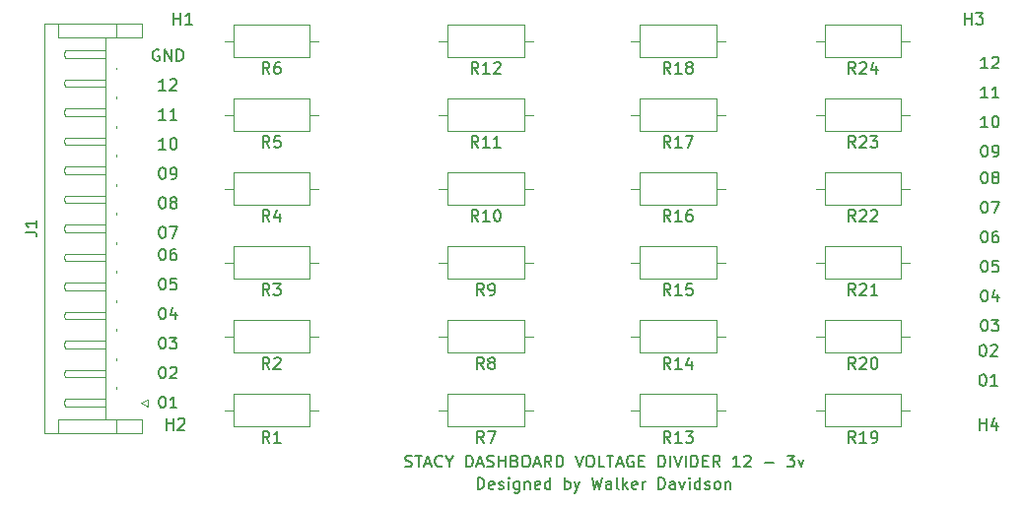
<source format=gbr>
G04 #@! TF.GenerationSoftware,KiCad,Pcbnew,5.1.4-3.fc30*
G04 #@! TF.CreationDate,2019-11-27T18:44:14-08:00*
G04 #@! TF.ProjectId,DASH,44415348-2e6b-4696-9361-645f70636258,rev?*
G04 #@! TF.SameCoordinates,Original*
G04 #@! TF.FileFunction,Legend,Top*
G04 #@! TF.FilePolarity,Positive*
%FSLAX46Y46*%
G04 Gerber Fmt 4.6, Leading zero omitted, Abs format (unit mm)*
G04 Created by KiCad (PCBNEW 5.1.4-3.fc30) date 2019-11-27 18:44:14*
%MOMM*%
%LPD*%
G04 APERTURE LIST*
%ADD10C,0.150000*%
%ADD11C,0.120000*%
G04 APERTURE END LIST*
D10*
X159321523Y-72842380D02*
X158750095Y-72842380D01*
X159035809Y-72842380D02*
X159035809Y-71842380D01*
X158940571Y-71985238D01*
X158845333Y-72080476D01*
X158750095Y-72128095D01*
X159702476Y-71937619D02*
X159750095Y-71890000D01*
X159845333Y-71842380D01*
X160083428Y-71842380D01*
X160178666Y-71890000D01*
X160226285Y-71937619D01*
X160273904Y-72032857D01*
X160273904Y-72128095D01*
X160226285Y-72270952D01*
X159654857Y-72842380D01*
X160273904Y-72842380D01*
X159321523Y-75382380D02*
X158750095Y-75382380D01*
X159035809Y-75382380D02*
X159035809Y-74382380D01*
X158940571Y-74525238D01*
X158845333Y-74620476D01*
X158750095Y-74668095D01*
X160273904Y-75382380D02*
X159702476Y-75382380D01*
X159988190Y-75382380D02*
X159988190Y-74382380D01*
X159892952Y-74525238D01*
X159797714Y-74620476D01*
X159702476Y-74668095D01*
X159321523Y-77922380D02*
X158750095Y-77922380D01*
X159035809Y-77922380D02*
X159035809Y-76922380D01*
X158940571Y-77065238D01*
X158845333Y-77160476D01*
X158750095Y-77208095D01*
X159940571Y-76922380D02*
X160035809Y-76922380D01*
X160131047Y-76970000D01*
X160178666Y-77017619D01*
X160226285Y-77112857D01*
X160273904Y-77303333D01*
X160273904Y-77541428D01*
X160226285Y-77731904D01*
X160178666Y-77827142D01*
X160131047Y-77874761D01*
X160035809Y-77922380D01*
X159940571Y-77922380D01*
X159845333Y-77874761D01*
X159797714Y-77827142D01*
X159750095Y-77731904D01*
X159702476Y-77541428D01*
X159702476Y-77303333D01*
X159750095Y-77112857D01*
X159797714Y-77017619D01*
X159845333Y-76970000D01*
X159940571Y-76922380D01*
X158988190Y-79462380D02*
X159083428Y-79462380D01*
X159178666Y-79510000D01*
X159226285Y-79557619D01*
X159273904Y-79652857D01*
X159321523Y-79843333D01*
X159321523Y-80081428D01*
X159273904Y-80271904D01*
X159226285Y-80367142D01*
X159178666Y-80414761D01*
X159083428Y-80462380D01*
X158988190Y-80462380D01*
X158892952Y-80414761D01*
X158845333Y-80367142D01*
X158797714Y-80271904D01*
X158750095Y-80081428D01*
X158750095Y-79843333D01*
X158797714Y-79652857D01*
X158845333Y-79557619D01*
X158892952Y-79510000D01*
X158988190Y-79462380D01*
X159797714Y-80462380D02*
X159988190Y-80462380D01*
X160083428Y-80414761D01*
X160131047Y-80367142D01*
X160226285Y-80224285D01*
X160273904Y-80033809D01*
X160273904Y-79652857D01*
X160226285Y-79557619D01*
X160178666Y-79510000D01*
X160083428Y-79462380D01*
X159892952Y-79462380D01*
X159797714Y-79510000D01*
X159750095Y-79557619D01*
X159702476Y-79652857D01*
X159702476Y-79890952D01*
X159750095Y-79986190D01*
X159797714Y-80033809D01*
X159892952Y-80081428D01*
X160083428Y-80081428D01*
X160178666Y-80033809D01*
X160226285Y-79986190D01*
X160273904Y-79890952D01*
X158988190Y-81748380D02*
X159083428Y-81748380D01*
X159178666Y-81796000D01*
X159226285Y-81843619D01*
X159273904Y-81938857D01*
X159321523Y-82129333D01*
X159321523Y-82367428D01*
X159273904Y-82557904D01*
X159226285Y-82653142D01*
X159178666Y-82700761D01*
X159083428Y-82748380D01*
X158988190Y-82748380D01*
X158892952Y-82700761D01*
X158845333Y-82653142D01*
X158797714Y-82557904D01*
X158750095Y-82367428D01*
X158750095Y-82129333D01*
X158797714Y-81938857D01*
X158845333Y-81843619D01*
X158892952Y-81796000D01*
X158988190Y-81748380D01*
X159892952Y-82176952D02*
X159797714Y-82129333D01*
X159750095Y-82081714D01*
X159702476Y-81986476D01*
X159702476Y-81938857D01*
X159750095Y-81843619D01*
X159797714Y-81796000D01*
X159892952Y-81748380D01*
X160083428Y-81748380D01*
X160178666Y-81796000D01*
X160226285Y-81843619D01*
X160273904Y-81938857D01*
X160273904Y-81986476D01*
X160226285Y-82081714D01*
X160178666Y-82129333D01*
X160083428Y-82176952D01*
X159892952Y-82176952D01*
X159797714Y-82224571D01*
X159750095Y-82272190D01*
X159702476Y-82367428D01*
X159702476Y-82557904D01*
X159750095Y-82653142D01*
X159797714Y-82700761D01*
X159892952Y-82748380D01*
X160083428Y-82748380D01*
X160178666Y-82700761D01*
X160226285Y-82653142D01*
X160273904Y-82557904D01*
X160273904Y-82367428D01*
X160226285Y-82272190D01*
X160178666Y-82224571D01*
X160083428Y-82176952D01*
X158988190Y-84288380D02*
X159083428Y-84288380D01*
X159178666Y-84336000D01*
X159226285Y-84383619D01*
X159273904Y-84478857D01*
X159321523Y-84669333D01*
X159321523Y-84907428D01*
X159273904Y-85097904D01*
X159226285Y-85193142D01*
X159178666Y-85240761D01*
X159083428Y-85288380D01*
X158988190Y-85288380D01*
X158892952Y-85240761D01*
X158845333Y-85193142D01*
X158797714Y-85097904D01*
X158750095Y-84907428D01*
X158750095Y-84669333D01*
X158797714Y-84478857D01*
X158845333Y-84383619D01*
X158892952Y-84336000D01*
X158988190Y-84288380D01*
X159654857Y-84288380D02*
X160321523Y-84288380D01*
X159892952Y-85288380D01*
X158988190Y-86828380D02*
X159083428Y-86828380D01*
X159178666Y-86876000D01*
X159226285Y-86923619D01*
X159273904Y-87018857D01*
X159321523Y-87209333D01*
X159321523Y-87447428D01*
X159273904Y-87637904D01*
X159226285Y-87733142D01*
X159178666Y-87780761D01*
X159083428Y-87828380D01*
X158988190Y-87828380D01*
X158892952Y-87780761D01*
X158845333Y-87733142D01*
X158797714Y-87637904D01*
X158750095Y-87447428D01*
X158750095Y-87209333D01*
X158797714Y-87018857D01*
X158845333Y-86923619D01*
X158892952Y-86876000D01*
X158988190Y-86828380D01*
X160178666Y-86828380D02*
X159988190Y-86828380D01*
X159892952Y-86876000D01*
X159845333Y-86923619D01*
X159750095Y-87066476D01*
X159702476Y-87256952D01*
X159702476Y-87637904D01*
X159750095Y-87733142D01*
X159797714Y-87780761D01*
X159892952Y-87828380D01*
X160083428Y-87828380D01*
X160178666Y-87780761D01*
X160226285Y-87733142D01*
X160273904Y-87637904D01*
X160273904Y-87399809D01*
X160226285Y-87304571D01*
X160178666Y-87256952D01*
X160083428Y-87209333D01*
X159892952Y-87209333D01*
X159797714Y-87256952D01*
X159750095Y-87304571D01*
X159702476Y-87399809D01*
X158988190Y-89368380D02*
X159083428Y-89368380D01*
X159178666Y-89416000D01*
X159226285Y-89463619D01*
X159273904Y-89558857D01*
X159321523Y-89749333D01*
X159321523Y-89987428D01*
X159273904Y-90177904D01*
X159226285Y-90273142D01*
X159178666Y-90320761D01*
X159083428Y-90368380D01*
X158988190Y-90368380D01*
X158892952Y-90320761D01*
X158845333Y-90273142D01*
X158797714Y-90177904D01*
X158750095Y-89987428D01*
X158750095Y-89749333D01*
X158797714Y-89558857D01*
X158845333Y-89463619D01*
X158892952Y-89416000D01*
X158988190Y-89368380D01*
X160226285Y-89368380D02*
X159750095Y-89368380D01*
X159702476Y-89844571D01*
X159750095Y-89796952D01*
X159845333Y-89749333D01*
X160083428Y-89749333D01*
X160178666Y-89796952D01*
X160226285Y-89844571D01*
X160273904Y-89939809D01*
X160273904Y-90177904D01*
X160226285Y-90273142D01*
X160178666Y-90320761D01*
X160083428Y-90368380D01*
X159845333Y-90368380D01*
X159750095Y-90320761D01*
X159702476Y-90273142D01*
X158988190Y-94448380D02*
X159083428Y-94448380D01*
X159178666Y-94496000D01*
X159226285Y-94543619D01*
X159273904Y-94638857D01*
X159321523Y-94829333D01*
X159321523Y-95067428D01*
X159273904Y-95257904D01*
X159226285Y-95353142D01*
X159178666Y-95400761D01*
X159083428Y-95448380D01*
X158988190Y-95448380D01*
X158892952Y-95400761D01*
X158845333Y-95353142D01*
X158797714Y-95257904D01*
X158750095Y-95067428D01*
X158750095Y-94829333D01*
X158797714Y-94638857D01*
X158845333Y-94543619D01*
X158892952Y-94496000D01*
X158988190Y-94448380D01*
X159654857Y-94448380D02*
X160273904Y-94448380D01*
X159940571Y-94829333D01*
X160083428Y-94829333D01*
X160178666Y-94876952D01*
X160226285Y-94924571D01*
X160273904Y-95019809D01*
X160273904Y-95257904D01*
X160226285Y-95353142D01*
X160178666Y-95400761D01*
X160083428Y-95448380D01*
X159797714Y-95448380D01*
X159702476Y-95400761D01*
X159654857Y-95353142D01*
X158988190Y-91908380D02*
X159083428Y-91908380D01*
X159178666Y-91956000D01*
X159226285Y-92003619D01*
X159273904Y-92098857D01*
X159321523Y-92289333D01*
X159321523Y-92527428D01*
X159273904Y-92717904D01*
X159226285Y-92813142D01*
X159178666Y-92860761D01*
X159083428Y-92908380D01*
X158988190Y-92908380D01*
X158892952Y-92860761D01*
X158845333Y-92813142D01*
X158797714Y-92717904D01*
X158750095Y-92527428D01*
X158750095Y-92289333D01*
X158797714Y-92098857D01*
X158845333Y-92003619D01*
X158892952Y-91956000D01*
X158988190Y-91908380D01*
X160178666Y-92241714D02*
X160178666Y-92908380D01*
X159940571Y-91860761D02*
X159702476Y-92575047D01*
X160321523Y-92575047D01*
X158861190Y-96607380D02*
X158956428Y-96607380D01*
X159051666Y-96655000D01*
X159099285Y-96702619D01*
X159146904Y-96797857D01*
X159194523Y-96988333D01*
X159194523Y-97226428D01*
X159146904Y-97416904D01*
X159099285Y-97512142D01*
X159051666Y-97559761D01*
X158956428Y-97607380D01*
X158861190Y-97607380D01*
X158765952Y-97559761D01*
X158718333Y-97512142D01*
X158670714Y-97416904D01*
X158623095Y-97226428D01*
X158623095Y-96988333D01*
X158670714Y-96797857D01*
X158718333Y-96702619D01*
X158765952Y-96655000D01*
X158861190Y-96607380D01*
X159575476Y-96702619D02*
X159623095Y-96655000D01*
X159718333Y-96607380D01*
X159956428Y-96607380D01*
X160051666Y-96655000D01*
X160099285Y-96702619D01*
X160146904Y-96797857D01*
X160146904Y-96893095D01*
X160099285Y-97035952D01*
X159527857Y-97607380D01*
X160146904Y-97607380D01*
X158861190Y-99147380D02*
X158956428Y-99147380D01*
X159051666Y-99195000D01*
X159099285Y-99242619D01*
X159146904Y-99337857D01*
X159194523Y-99528333D01*
X159194523Y-99766428D01*
X159146904Y-99956904D01*
X159099285Y-100052142D01*
X159051666Y-100099761D01*
X158956428Y-100147380D01*
X158861190Y-100147380D01*
X158765952Y-100099761D01*
X158718333Y-100052142D01*
X158670714Y-99956904D01*
X158623095Y-99766428D01*
X158623095Y-99528333D01*
X158670714Y-99337857D01*
X158718333Y-99242619D01*
X158765952Y-99195000D01*
X158861190Y-99147380D01*
X160146904Y-100147380D02*
X159575476Y-100147380D01*
X159861190Y-100147380D02*
X159861190Y-99147380D01*
X159765952Y-99290238D01*
X159670714Y-99385476D01*
X159575476Y-99433095D01*
X88138095Y-71255000D02*
X88042857Y-71207380D01*
X87900000Y-71207380D01*
X87757142Y-71255000D01*
X87661904Y-71350238D01*
X87614285Y-71445476D01*
X87566666Y-71635952D01*
X87566666Y-71778809D01*
X87614285Y-71969285D01*
X87661904Y-72064523D01*
X87757142Y-72159761D01*
X87900000Y-72207380D01*
X87995238Y-72207380D01*
X88138095Y-72159761D01*
X88185714Y-72112142D01*
X88185714Y-71778809D01*
X87995238Y-71778809D01*
X88614285Y-72207380D02*
X88614285Y-71207380D01*
X89185714Y-72207380D01*
X89185714Y-71207380D01*
X89661904Y-72207380D02*
X89661904Y-71207380D01*
X89900000Y-71207380D01*
X90042857Y-71255000D01*
X90138095Y-71350238D01*
X90185714Y-71445476D01*
X90233333Y-71635952D01*
X90233333Y-71778809D01*
X90185714Y-71969285D01*
X90138095Y-72064523D01*
X90042857Y-72159761D01*
X89900000Y-72207380D01*
X89661904Y-72207380D01*
X88709523Y-74747380D02*
X88138095Y-74747380D01*
X88423809Y-74747380D02*
X88423809Y-73747380D01*
X88328571Y-73890238D01*
X88233333Y-73985476D01*
X88138095Y-74033095D01*
X89090476Y-73842619D02*
X89138095Y-73795000D01*
X89233333Y-73747380D01*
X89471428Y-73747380D01*
X89566666Y-73795000D01*
X89614285Y-73842619D01*
X89661904Y-73937857D01*
X89661904Y-74033095D01*
X89614285Y-74175952D01*
X89042857Y-74747380D01*
X89661904Y-74747380D01*
X88709523Y-77287380D02*
X88138095Y-77287380D01*
X88423809Y-77287380D02*
X88423809Y-76287380D01*
X88328571Y-76430238D01*
X88233333Y-76525476D01*
X88138095Y-76573095D01*
X89661904Y-77287380D02*
X89090476Y-77287380D01*
X89376190Y-77287380D02*
X89376190Y-76287380D01*
X89280952Y-76430238D01*
X89185714Y-76525476D01*
X89090476Y-76573095D01*
X88709523Y-79827380D02*
X88138095Y-79827380D01*
X88423809Y-79827380D02*
X88423809Y-78827380D01*
X88328571Y-78970238D01*
X88233333Y-79065476D01*
X88138095Y-79113095D01*
X89328571Y-78827380D02*
X89423809Y-78827380D01*
X89519047Y-78875000D01*
X89566666Y-78922619D01*
X89614285Y-79017857D01*
X89661904Y-79208333D01*
X89661904Y-79446428D01*
X89614285Y-79636904D01*
X89566666Y-79732142D01*
X89519047Y-79779761D01*
X89423809Y-79827380D01*
X89328571Y-79827380D01*
X89233333Y-79779761D01*
X89185714Y-79732142D01*
X89138095Y-79636904D01*
X89090476Y-79446428D01*
X89090476Y-79208333D01*
X89138095Y-79017857D01*
X89185714Y-78922619D01*
X89233333Y-78875000D01*
X89328571Y-78827380D01*
X88376190Y-81367380D02*
X88471428Y-81367380D01*
X88566666Y-81415000D01*
X88614285Y-81462619D01*
X88661904Y-81557857D01*
X88709523Y-81748333D01*
X88709523Y-81986428D01*
X88661904Y-82176904D01*
X88614285Y-82272142D01*
X88566666Y-82319761D01*
X88471428Y-82367380D01*
X88376190Y-82367380D01*
X88280952Y-82319761D01*
X88233333Y-82272142D01*
X88185714Y-82176904D01*
X88138095Y-81986428D01*
X88138095Y-81748333D01*
X88185714Y-81557857D01*
X88233333Y-81462619D01*
X88280952Y-81415000D01*
X88376190Y-81367380D01*
X89185714Y-82367380D02*
X89376190Y-82367380D01*
X89471428Y-82319761D01*
X89519047Y-82272142D01*
X89614285Y-82129285D01*
X89661904Y-81938809D01*
X89661904Y-81557857D01*
X89614285Y-81462619D01*
X89566666Y-81415000D01*
X89471428Y-81367380D01*
X89280952Y-81367380D01*
X89185714Y-81415000D01*
X89138095Y-81462619D01*
X89090476Y-81557857D01*
X89090476Y-81795952D01*
X89138095Y-81891190D01*
X89185714Y-81938809D01*
X89280952Y-81986428D01*
X89471428Y-81986428D01*
X89566666Y-81938809D01*
X89614285Y-81891190D01*
X89661904Y-81795952D01*
X88376190Y-83907380D02*
X88471428Y-83907380D01*
X88566666Y-83955000D01*
X88614285Y-84002619D01*
X88661904Y-84097857D01*
X88709523Y-84288333D01*
X88709523Y-84526428D01*
X88661904Y-84716904D01*
X88614285Y-84812142D01*
X88566666Y-84859761D01*
X88471428Y-84907380D01*
X88376190Y-84907380D01*
X88280952Y-84859761D01*
X88233333Y-84812142D01*
X88185714Y-84716904D01*
X88138095Y-84526428D01*
X88138095Y-84288333D01*
X88185714Y-84097857D01*
X88233333Y-84002619D01*
X88280952Y-83955000D01*
X88376190Y-83907380D01*
X89280952Y-84335952D02*
X89185714Y-84288333D01*
X89138095Y-84240714D01*
X89090476Y-84145476D01*
X89090476Y-84097857D01*
X89138095Y-84002619D01*
X89185714Y-83955000D01*
X89280952Y-83907380D01*
X89471428Y-83907380D01*
X89566666Y-83955000D01*
X89614285Y-84002619D01*
X89661904Y-84097857D01*
X89661904Y-84145476D01*
X89614285Y-84240714D01*
X89566666Y-84288333D01*
X89471428Y-84335952D01*
X89280952Y-84335952D01*
X89185714Y-84383571D01*
X89138095Y-84431190D01*
X89090476Y-84526428D01*
X89090476Y-84716904D01*
X89138095Y-84812142D01*
X89185714Y-84859761D01*
X89280952Y-84907380D01*
X89471428Y-84907380D01*
X89566666Y-84859761D01*
X89614285Y-84812142D01*
X89661904Y-84716904D01*
X89661904Y-84526428D01*
X89614285Y-84431190D01*
X89566666Y-84383571D01*
X89471428Y-84335952D01*
X88376190Y-86447380D02*
X88471428Y-86447380D01*
X88566666Y-86495000D01*
X88614285Y-86542619D01*
X88661904Y-86637857D01*
X88709523Y-86828333D01*
X88709523Y-87066428D01*
X88661904Y-87256904D01*
X88614285Y-87352142D01*
X88566666Y-87399761D01*
X88471428Y-87447380D01*
X88376190Y-87447380D01*
X88280952Y-87399761D01*
X88233333Y-87352142D01*
X88185714Y-87256904D01*
X88138095Y-87066428D01*
X88138095Y-86828333D01*
X88185714Y-86637857D01*
X88233333Y-86542619D01*
X88280952Y-86495000D01*
X88376190Y-86447380D01*
X89042857Y-86447380D02*
X89709523Y-86447380D01*
X89280952Y-87447380D01*
X88376190Y-88352380D02*
X88471428Y-88352380D01*
X88566666Y-88400000D01*
X88614285Y-88447619D01*
X88661904Y-88542857D01*
X88709523Y-88733333D01*
X88709523Y-88971428D01*
X88661904Y-89161904D01*
X88614285Y-89257142D01*
X88566666Y-89304761D01*
X88471428Y-89352380D01*
X88376190Y-89352380D01*
X88280952Y-89304761D01*
X88233333Y-89257142D01*
X88185714Y-89161904D01*
X88138095Y-88971428D01*
X88138095Y-88733333D01*
X88185714Y-88542857D01*
X88233333Y-88447619D01*
X88280952Y-88400000D01*
X88376190Y-88352380D01*
X89566666Y-88352380D02*
X89376190Y-88352380D01*
X89280952Y-88400000D01*
X89233333Y-88447619D01*
X89138095Y-88590476D01*
X89090476Y-88780952D01*
X89090476Y-89161904D01*
X89138095Y-89257142D01*
X89185714Y-89304761D01*
X89280952Y-89352380D01*
X89471428Y-89352380D01*
X89566666Y-89304761D01*
X89614285Y-89257142D01*
X89661904Y-89161904D01*
X89661904Y-88923809D01*
X89614285Y-88828571D01*
X89566666Y-88780952D01*
X89471428Y-88733333D01*
X89280952Y-88733333D01*
X89185714Y-88780952D01*
X89138095Y-88828571D01*
X89090476Y-88923809D01*
X88376190Y-90892380D02*
X88471428Y-90892380D01*
X88566666Y-90940000D01*
X88614285Y-90987619D01*
X88661904Y-91082857D01*
X88709523Y-91273333D01*
X88709523Y-91511428D01*
X88661904Y-91701904D01*
X88614285Y-91797142D01*
X88566666Y-91844761D01*
X88471428Y-91892380D01*
X88376190Y-91892380D01*
X88280952Y-91844761D01*
X88233333Y-91797142D01*
X88185714Y-91701904D01*
X88138095Y-91511428D01*
X88138095Y-91273333D01*
X88185714Y-91082857D01*
X88233333Y-90987619D01*
X88280952Y-90940000D01*
X88376190Y-90892380D01*
X89614285Y-90892380D02*
X89138095Y-90892380D01*
X89090476Y-91368571D01*
X89138095Y-91320952D01*
X89233333Y-91273333D01*
X89471428Y-91273333D01*
X89566666Y-91320952D01*
X89614285Y-91368571D01*
X89661904Y-91463809D01*
X89661904Y-91701904D01*
X89614285Y-91797142D01*
X89566666Y-91844761D01*
X89471428Y-91892380D01*
X89233333Y-91892380D01*
X89138095Y-91844761D01*
X89090476Y-91797142D01*
X88376190Y-93432380D02*
X88471428Y-93432380D01*
X88566666Y-93480000D01*
X88614285Y-93527619D01*
X88661904Y-93622857D01*
X88709523Y-93813333D01*
X88709523Y-94051428D01*
X88661904Y-94241904D01*
X88614285Y-94337142D01*
X88566666Y-94384761D01*
X88471428Y-94432380D01*
X88376190Y-94432380D01*
X88280952Y-94384761D01*
X88233333Y-94337142D01*
X88185714Y-94241904D01*
X88138095Y-94051428D01*
X88138095Y-93813333D01*
X88185714Y-93622857D01*
X88233333Y-93527619D01*
X88280952Y-93480000D01*
X88376190Y-93432380D01*
X89566666Y-93765714D02*
X89566666Y-94432380D01*
X89328571Y-93384761D02*
X89090476Y-94099047D01*
X89709523Y-94099047D01*
X88376190Y-95972380D02*
X88471428Y-95972380D01*
X88566666Y-96020000D01*
X88614285Y-96067619D01*
X88661904Y-96162857D01*
X88709523Y-96353333D01*
X88709523Y-96591428D01*
X88661904Y-96781904D01*
X88614285Y-96877142D01*
X88566666Y-96924761D01*
X88471428Y-96972380D01*
X88376190Y-96972380D01*
X88280952Y-96924761D01*
X88233333Y-96877142D01*
X88185714Y-96781904D01*
X88138095Y-96591428D01*
X88138095Y-96353333D01*
X88185714Y-96162857D01*
X88233333Y-96067619D01*
X88280952Y-96020000D01*
X88376190Y-95972380D01*
X89042857Y-95972380D02*
X89661904Y-95972380D01*
X89328571Y-96353333D01*
X89471428Y-96353333D01*
X89566666Y-96400952D01*
X89614285Y-96448571D01*
X89661904Y-96543809D01*
X89661904Y-96781904D01*
X89614285Y-96877142D01*
X89566666Y-96924761D01*
X89471428Y-96972380D01*
X89185714Y-96972380D01*
X89090476Y-96924761D01*
X89042857Y-96877142D01*
X88376190Y-98512380D02*
X88471428Y-98512380D01*
X88566666Y-98560000D01*
X88614285Y-98607619D01*
X88661904Y-98702857D01*
X88709523Y-98893333D01*
X88709523Y-99131428D01*
X88661904Y-99321904D01*
X88614285Y-99417142D01*
X88566666Y-99464761D01*
X88471428Y-99512380D01*
X88376190Y-99512380D01*
X88280952Y-99464761D01*
X88233333Y-99417142D01*
X88185714Y-99321904D01*
X88138095Y-99131428D01*
X88138095Y-98893333D01*
X88185714Y-98702857D01*
X88233333Y-98607619D01*
X88280952Y-98560000D01*
X88376190Y-98512380D01*
X89090476Y-98607619D02*
X89138095Y-98560000D01*
X89233333Y-98512380D01*
X89471428Y-98512380D01*
X89566666Y-98560000D01*
X89614285Y-98607619D01*
X89661904Y-98702857D01*
X89661904Y-98798095D01*
X89614285Y-98940952D01*
X89042857Y-99512380D01*
X89661904Y-99512380D01*
X88376190Y-101052380D02*
X88471428Y-101052380D01*
X88566666Y-101100000D01*
X88614285Y-101147619D01*
X88661904Y-101242857D01*
X88709523Y-101433333D01*
X88709523Y-101671428D01*
X88661904Y-101861904D01*
X88614285Y-101957142D01*
X88566666Y-102004761D01*
X88471428Y-102052380D01*
X88376190Y-102052380D01*
X88280952Y-102004761D01*
X88233333Y-101957142D01*
X88185714Y-101861904D01*
X88138095Y-101671428D01*
X88138095Y-101433333D01*
X88185714Y-101242857D01*
X88233333Y-101147619D01*
X88280952Y-101100000D01*
X88376190Y-101052380D01*
X89661904Y-102052380D02*
X89090476Y-102052380D01*
X89376190Y-102052380D02*
X89376190Y-101052380D01*
X89280952Y-101195238D01*
X89185714Y-101290476D01*
X89090476Y-101338095D01*
X115507857Y-109037380D02*
X115507857Y-108037380D01*
X115745952Y-108037380D01*
X115888809Y-108085000D01*
X115984047Y-108180238D01*
X116031666Y-108275476D01*
X116079285Y-108465952D01*
X116079285Y-108608809D01*
X116031666Y-108799285D01*
X115984047Y-108894523D01*
X115888809Y-108989761D01*
X115745952Y-109037380D01*
X115507857Y-109037380D01*
X116888809Y-108989761D02*
X116793571Y-109037380D01*
X116603095Y-109037380D01*
X116507857Y-108989761D01*
X116460238Y-108894523D01*
X116460238Y-108513571D01*
X116507857Y-108418333D01*
X116603095Y-108370714D01*
X116793571Y-108370714D01*
X116888809Y-108418333D01*
X116936428Y-108513571D01*
X116936428Y-108608809D01*
X116460238Y-108704047D01*
X117317380Y-108989761D02*
X117412619Y-109037380D01*
X117603095Y-109037380D01*
X117698333Y-108989761D01*
X117745952Y-108894523D01*
X117745952Y-108846904D01*
X117698333Y-108751666D01*
X117603095Y-108704047D01*
X117460238Y-108704047D01*
X117365000Y-108656428D01*
X117317380Y-108561190D01*
X117317380Y-108513571D01*
X117365000Y-108418333D01*
X117460238Y-108370714D01*
X117603095Y-108370714D01*
X117698333Y-108418333D01*
X118174523Y-109037380D02*
X118174523Y-108370714D01*
X118174523Y-108037380D02*
X118126904Y-108085000D01*
X118174523Y-108132619D01*
X118222142Y-108085000D01*
X118174523Y-108037380D01*
X118174523Y-108132619D01*
X119079285Y-108370714D02*
X119079285Y-109180238D01*
X119031666Y-109275476D01*
X118984047Y-109323095D01*
X118888809Y-109370714D01*
X118745952Y-109370714D01*
X118650714Y-109323095D01*
X119079285Y-108989761D02*
X118984047Y-109037380D01*
X118793571Y-109037380D01*
X118698333Y-108989761D01*
X118650714Y-108942142D01*
X118603095Y-108846904D01*
X118603095Y-108561190D01*
X118650714Y-108465952D01*
X118698333Y-108418333D01*
X118793571Y-108370714D01*
X118984047Y-108370714D01*
X119079285Y-108418333D01*
X119555476Y-108370714D02*
X119555476Y-109037380D01*
X119555476Y-108465952D02*
X119603095Y-108418333D01*
X119698333Y-108370714D01*
X119841190Y-108370714D01*
X119936428Y-108418333D01*
X119984047Y-108513571D01*
X119984047Y-109037380D01*
X120841190Y-108989761D02*
X120745952Y-109037380D01*
X120555476Y-109037380D01*
X120460238Y-108989761D01*
X120412619Y-108894523D01*
X120412619Y-108513571D01*
X120460238Y-108418333D01*
X120555476Y-108370714D01*
X120745952Y-108370714D01*
X120841190Y-108418333D01*
X120888809Y-108513571D01*
X120888809Y-108608809D01*
X120412619Y-108704047D01*
X121745952Y-109037380D02*
X121745952Y-108037380D01*
X121745952Y-108989761D02*
X121650714Y-109037380D01*
X121460238Y-109037380D01*
X121365000Y-108989761D01*
X121317380Y-108942142D01*
X121269761Y-108846904D01*
X121269761Y-108561190D01*
X121317380Y-108465952D01*
X121365000Y-108418333D01*
X121460238Y-108370714D01*
X121650714Y-108370714D01*
X121745952Y-108418333D01*
X122984047Y-109037380D02*
X122984047Y-108037380D01*
X122984047Y-108418333D02*
X123079285Y-108370714D01*
X123269761Y-108370714D01*
X123365000Y-108418333D01*
X123412619Y-108465952D01*
X123460238Y-108561190D01*
X123460238Y-108846904D01*
X123412619Y-108942142D01*
X123365000Y-108989761D01*
X123269761Y-109037380D01*
X123079285Y-109037380D01*
X122984047Y-108989761D01*
X123793571Y-108370714D02*
X124031666Y-109037380D01*
X124269761Y-108370714D02*
X124031666Y-109037380D01*
X123936428Y-109275476D01*
X123888809Y-109323095D01*
X123793571Y-109370714D01*
X125317380Y-108037380D02*
X125555476Y-109037380D01*
X125745952Y-108323095D01*
X125936428Y-109037380D01*
X126174523Y-108037380D01*
X126984047Y-109037380D02*
X126984047Y-108513571D01*
X126936428Y-108418333D01*
X126841190Y-108370714D01*
X126650714Y-108370714D01*
X126555476Y-108418333D01*
X126984047Y-108989761D02*
X126888809Y-109037380D01*
X126650714Y-109037380D01*
X126555476Y-108989761D01*
X126507857Y-108894523D01*
X126507857Y-108799285D01*
X126555476Y-108704047D01*
X126650714Y-108656428D01*
X126888809Y-108656428D01*
X126984047Y-108608809D01*
X127603095Y-109037380D02*
X127507857Y-108989761D01*
X127460238Y-108894523D01*
X127460238Y-108037380D01*
X127984047Y-109037380D02*
X127984047Y-108037380D01*
X128079285Y-108656428D02*
X128365000Y-109037380D01*
X128365000Y-108370714D02*
X127984047Y-108751666D01*
X129174523Y-108989761D02*
X129079285Y-109037380D01*
X128888809Y-109037380D01*
X128793571Y-108989761D01*
X128745952Y-108894523D01*
X128745952Y-108513571D01*
X128793571Y-108418333D01*
X128888809Y-108370714D01*
X129079285Y-108370714D01*
X129174523Y-108418333D01*
X129222142Y-108513571D01*
X129222142Y-108608809D01*
X128745952Y-108704047D01*
X129650714Y-109037380D02*
X129650714Y-108370714D01*
X129650714Y-108561190D02*
X129698333Y-108465952D01*
X129745952Y-108418333D01*
X129841190Y-108370714D01*
X129936428Y-108370714D01*
X131031666Y-109037380D02*
X131031666Y-108037380D01*
X131269761Y-108037380D01*
X131412619Y-108085000D01*
X131507857Y-108180238D01*
X131555476Y-108275476D01*
X131603095Y-108465952D01*
X131603095Y-108608809D01*
X131555476Y-108799285D01*
X131507857Y-108894523D01*
X131412619Y-108989761D01*
X131269761Y-109037380D01*
X131031666Y-109037380D01*
X132460238Y-109037380D02*
X132460238Y-108513571D01*
X132412619Y-108418333D01*
X132317380Y-108370714D01*
X132126904Y-108370714D01*
X132031666Y-108418333D01*
X132460238Y-108989761D02*
X132365000Y-109037380D01*
X132126904Y-109037380D01*
X132031666Y-108989761D01*
X131984047Y-108894523D01*
X131984047Y-108799285D01*
X132031666Y-108704047D01*
X132126904Y-108656428D01*
X132365000Y-108656428D01*
X132460238Y-108608809D01*
X132841190Y-108370714D02*
X133079285Y-109037380D01*
X133317380Y-108370714D01*
X133698333Y-109037380D02*
X133698333Y-108370714D01*
X133698333Y-108037380D02*
X133650714Y-108085000D01*
X133698333Y-108132619D01*
X133745952Y-108085000D01*
X133698333Y-108037380D01*
X133698333Y-108132619D01*
X134603095Y-109037380D02*
X134603095Y-108037380D01*
X134603095Y-108989761D02*
X134507857Y-109037380D01*
X134317380Y-109037380D01*
X134222142Y-108989761D01*
X134174523Y-108942142D01*
X134126904Y-108846904D01*
X134126904Y-108561190D01*
X134174523Y-108465952D01*
X134222142Y-108418333D01*
X134317380Y-108370714D01*
X134507857Y-108370714D01*
X134603095Y-108418333D01*
X135031666Y-108989761D02*
X135126904Y-109037380D01*
X135317380Y-109037380D01*
X135412619Y-108989761D01*
X135460238Y-108894523D01*
X135460238Y-108846904D01*
X135412619Y-108751666D01*
X135317380Y-108704047D01*
X135174523Y-108704047D01*
X135079285Y-108656428D01*
X135031666Y-108561190D01*
X135031666Y-108513571D01*
X135079285Y-108418333D01*
X135174523Y-108370714D01*
X135317380Y-108370714D01*
X135412619Y-108418333D01*
X136031666Y-109037380D02*
X135936428Y-108989761D01*
X135888809Y-108942142D01*
X135841190Y-108846904D01*
X135841190Y-108561190D01*
X135888809Y-108465952D01*
X135936428Y-108418333D01*
X136031666Y-108370714D01*
X136174523Y-108370714D01*
X136269761Y-108418333D01*
X136317380Y-108465952D01*
X136365000Y-108561190D01*
X136365000Y-108846904D01*
X136317380Y-108942142D01*
X136269761Y-108989761D01*
X136174523Y-109037380D01*
X136031666Y-109037380D01*
X136793571Y-108370714D02*
X136793571Y-109037380D01*
X136793571Y-108465952D02*
X136841190Y-108418333D01*
X136936428Y-108370714D01*
X137079285Y-108370714D01*
X137174523Y-108418333D01*
X137222142Y-108513571D01*
X137222142Y-109037380D01*
X109269761Y-107084761D02*
X109412619Y-107132380D01*
X109650714Y-107132380D01*
X109745952Y-107084761D01*
X109793571Y-107037142D01*
X109841190Y-106941904D01*
X109841190Y-106846666D01*
X109793571Y-106751428D01*
X109745952Y-106703809D01*
X109650714Y-106656190D01*
X109460238Y-106608571D01*
X109365000Y-106560952D01*
X109317380Y-106513333D01*
X109269761Y-106418095D01*
X109269761Y-106322857D01*
X109317380Y-106227619D01*
X109365000Y-106180000D01*
X109460238Y-106132380D01*
X109698333Y-106132380D01*
X109841190Y-106180000D01*
X110126904Y-106132380D02*
X110698333Y-106132380D01*
X110412619Y-107132380D02*
X110412619Y-106132380D01*
X110984047Y-106846666D02*
X111460238Y-106846666D01*
X110888809Y-107132380D02*
X111222142Y-106132380D01*
X111555476Y-107132380D01*
X112460238Y-107037142D02*
X112412619Y-107084761D01*
X112269761Y-107132380D01*
X112174523Y-107132380D01*
X112031666Y-107084761D01*
X111936428Y-106989523D01*
X111888809Y-106894285D01*
X111841190Y-106703809D01*
X111841190Y-106560952D01*
X111888809Y-106370476D01*
X111936428Y-106275238D01*
X112031666Y-106180000D01*
X112174523Y-106132380D01*
X112269761Y-106132380D01*
X112412619Y-106180000D01*
X112460238Y-106227619D01*
X113079285Y-106656190D02*
X113079285Y-107132380D01*
X112745952Y-106132380D02*
X113079285Y-106656190D01*
X113412619Y-106132380D01*
X114507857Y-107132380D02*
X114507857Y-106132380D01*
X114745952Y-106132380D01*
X114888809Y-106180000D01*
X114984047Y-106275238D01*
X115031666Y-106370476D01*
X115079285Y-106560952D01*
X115079285Y-106703809D01*
X115031666Y-106894285D01*
X114984047Y-106989523D01*
X114888809Y-107084761D01*
X114745952Y-107132380D01*
X114507857Y-107132380D01*
X115460238Y-106846666D02*
X115936428Y-106846666D01*
X115365000Y-107132380D02*
X115698333Y-106132380D01*
X116031666Y-107132380D01*
X116317380Y-107084761D02*
X116460238Y-107132380D01*
X116698333Y-107132380D01*
X116793571Y-107084761D01*
X116841190Y-107037142D01*
X116888809Y-106941904D01*
X116888809Y-106846666D01*
X116841190Y-106751428D01*
X116793571Y-106703809D01*
X116698333Y-106656190D01*
X116507857Y-106608571D01*
X116412619Y-106560952D01*
X116365000Y-106513333D01*
X116317380Y-106418095D01*
X116317380Y-106322857D01*
X116365000Y-106227619D01*
X116412619Y-106180000D01*
X116507857Y-106132380D01*
X116745952Y-106132380D01*
X116888809Y-106180000D01*
X117317380Y-107132380D02*
X117317380Y-106132380D01*
X117317380Y-106608571D02*
X117888809Y-106608571D01*
X117888809Y-107132380D02*
X117888809Y-106132380D01*
X118698333Y-106608571D02*
X118841190Y-106656190D01*
X118888809Y-106703809D01*
X118936428Y-106799047D01*
X118936428Y-106941904D01*
X118888809Y-107037142D01*
X118841190Y-107084761D01*
X118745952Y-107132380D01*
X118365000Y-107132380D01*
X118365000Y-106132380D01*
X118698333Y-106132380D01*
X118793571Y-106180000D01*
X118841190Y-106227619D01*
X118888809Y-106322857D01*
X118888809Y-106418095D01*
X118841190Y-106513333D01*
X118793571Y-106560952D01*
X118698333Y-106608571D01*
X118365000Y-106608571D01*
X119555476Y-106132380D02*
X119745952Y-106132380D01*
X119841190Y-106180000D01*
X119936428Y-106275238D01*
X119984047Y-106465714D01*
X119984047Y-106799047D01*
X119936428Y-106989523D01*
X119841190Y-107084761D01*
X119745952Y-107132380D01*
X119555476Y-107132380D01*
X119460238Y-107084761D01*
X119365000Y-106989523D01*
X119317380Y-106799047D01*
X119317380Y-106465714D01*
X119365000Y-106275238D01*
X119460238Y-106180000D01*
X119555476Y-106132380D01*
X120365000Y-106846666D02*
X120841190Y-106846666D01*
X120269761Y-107132380D02*
X120603095Y-106132380D01*
X120936428Y-107132380D01*
X121841190Y-107132380D02*
X121507857Y-106656190D01*
X121269761Y-107132380D02*
X121269761Y-106132380D01*
X121650714Y-106132380D01*
X121745952Y-106180000D01*
X121793571Y-106227619D01*
X121841190Y-106322857D01*
X121841190Y-106465714D01*
X121793571Y-106560952D01*
X121745952Y-106608571D01*
X121650714Y-106656190D01*
X121269761Y-106656190D01*
X122269761Y-107132380D02*
X122269761Y-106132380D01*
X122507857Y-106132380D01*
X122650714Y-106180000D01*
X122745952Y-106275238D01*
X122793571Y-106370476D01*
X122841190Y-106560952D01*
X122841190Y-106703809D01*
X122793571Y-106894285D01*
X122745952Y-106989523D01*
X122650714Y-107084761D01*
X122507857Y-107132380D01*
X122269761Y-107132380D01*
X123888809Y-106132380D02*
X124222142Y-107132380D01*
X124555476Y-106132380D01*
X125079285Y-106132380D02*
X125269761Y-106132380D01*
X125365000Y-106180000D01*
X125460238Y-106275238D01*
X125507857Y-106465714D01*
X125507857Y-106799047D01*
X125460238Y-106989523D01*
X125365000Y-107084761D01*
X125269761Y-107132380D01*
X125079285Y-107132380D01*
X124984047Y-107084761D01*
X124888809Y-106989523D01*
X124841190Y-106799047D01*
X124841190Y-106465714D01*
X124888809Y-106275238D01*
X124984047Y-106180000D01*
X125079285Y-106132380D01*
X126412619Y-107132380D02*
X125936428Y-107132380D01*
X125936428Y-106132380D01*
X126603095Y-106132380D02*
X127174523Y-106132380D01*
X126888809Y-107132380D02*
X126888809Y-106132380D01*
X127460238Y-106846666D02*
X127936428Y-106846666D01*
X127365000Y-107132380D02*
X127698333Y-106132380D01*
X128031666Y-107132380D01*
X128888809Y-106180000D02*
X128793571Y-106132380D01*
X128650714Y-106132380D01*
X128507857Y-106180000D01*
X128412619Y-106275238D01*
X128365000Y-106370476D01*
X128317380Y-106560952D01*
X128317380Y-106703809D01*
X128365000Y-106894285D01*
X128412619Y-106989523D01*
X128507857Y-107084761D01*
X128650714Y-107132380D01*
X128745952Y-107132380D01*
X128888809Y-107084761D01*
X128936428Y-107037142D01*
X128936428Y-106703809D01*
X128745952Y-106703809D01*
X129365000Y-106608571D02*
X129698333Y-106608571D01*
X129841190Y-107132380D02*
X129365000Y-107132380D01*
X129365000Y-106132380D01*
X129841190Y-106132380D01*
X131031666Y-107132380D02*
X131031666Y-106132380D01*
X131269761Y-106132380D01*
X131412619Y-106180000D01*
X131507857Y-106275238D01*
X131555476Y-106370476D01*
X131603095Y-106560952D01*
X131603095Y-106703809D01*
X131555476Y-106894285D01*
X131507857Y-106989523D01*
X131412619Y-107084761D01*
X131269761Y-107132380D01*
X131031666Y-107132380D01*
X132031666Y-107132380D02*
X132031666Y-106132380D01*
X132365000Y-106132380D02*
X132698333Y-107132380D01*
X133031666Y-106132380D01*
X133365000Y-107132380D02*
X133365000Y-106132380D01*
X133841190Y-107132380D02*
X133841190Y-106132380D01*
X134079285Y-106132380D01*
X134222142Y-106180000D01*
X134317380Y-106275238D01*
X134365000Y-106370476D01*
X134412619Y-106560952D01*
X134412619Y-106703809D01*
X134365000Y-106894285D01*
X134317380Y-106989523D01*
X134222142Y-107084761D01*
X134079285Y-107132380D01*
X133841190Y-107132380D01*
X134841190Y-106608571D02*
X135174523Y-106608571D01*
X135317380Y-107132380D02*
X134841190Y-107132380D01*
X134841190Y-106132380D01*
X135317380Y-106132380D01*
X136317380Y-107132380D02*
X135984047Y-106656190D01*
X135745952Y-107132380D02*
X135745952Y-106132380D01*
X136126904Y-106132380D01*
X136222142Y-106180000D01*
X136269761Y-106227619D01*
X136317380Y-106322857D01*
X136317380Y-106465714D01*
X136269761Y-106560952D01*
X136222142Y-106608571D01*
X136126904Y-106656190D01*
X135745952Y-106656190D01*
X138031666Y-107132380D02*
X137460238Y-107132380D01*
X137745952Y-107132380D02*
X137745952Y-106132380D01*
X137650714Y-106275238D01*
X137555476Y-106370476D01*
X137460238Y-106418095D01*
X138412619Y-106227619D02*
X138460238Y-106180000D01*
X138555476Y-106132380D01*
X138793571Y-106132380D01*
X138888809Y-106180000D01*
X138936428Y-106227619D01*
X138984047Y-106322857D01*
X138984047Y-106418095D01*
X138936428Y-106560952D01*
X138365000Y-107132380D01*
X138984047Y-107132380D01*
X140174523Y-106751428D02*
X140936428Y-106751428D01*
X142079285Y-106132380D02*
X142698333Y-106132380D01*
X142365000Y-106513333D01*
X142507857Y-106513333D01*
X142603095Y-106560952D01*
X142650714Y-106608571D01*
X142698333Y-106703809D01*
X142698333Y-106941904D01*
X142650714Y-107037142D01*
X142603095Y-107084761D01*
X142507857Y-107132380D01*
X142222142Y-107132380D01*
X142126904Y-107084761D01*
X142079285Y-107037142D01*
X143031666Y-106465714D02*
X143269761Y-107132380D01*
X143507857Y-106465714D01*
D11*
X84500000Y-102990000D02*
X86700000Y-102990000D01*
X86700000Y-102990000D02*
X86700000Y-104210000D01*
X86700000Y-104210000D02*
X78280000Y-104210000D01*
X78280000Y-104210000D02*
X78280000Y-68990000D01*
X78280000Y-68990000D02*
X86700000Y-68990000D01*
X86700000Y-68990000D02*
X86700000Y-70210000D01*
X86700000Y-70210000D02*
X84500000Y-70210000D01*
X79500000Y-104210000D02*
X79500000Y-102990000D01*
X79500000Y-102990000D02*
X84500000Y-102990000D01*
X84500000Y-102990000D02*
X84500000Y-104210000D01*
X79500000Y-68990000D02*
X79500000Y-70210000D01*
X79500000Y-70210000D02*
X84500000Y-70210000D01*
X84500000Y-70210000D02*
X84500000Y-68990000D01*
X83500000Y-102990000D02*
X83500000Y-70210000D01*
X83500000Y-101600000D02*
X83500000Y-101920000D01*
X83500000Y-101920000D02*
X80080000Y-101920000D01*
X80080000Y-101920000D02*
X80000000Y-101600000D01*
X80000000Y-101600000D02*
X80080000Y-101280000D01*
X80080000Y-101280000D02*
X83500000Y-101280000D01*
X83500000Y-101280000D02*
X83500000Y-101600000D01*
X84500000Y-100430000D02*
X84500000Y-100270000D01*
X83500000Y-99100000D02*
X83500000Y-99420000D01*
X83500000Y-99420000D02*
X80080000Y-99420000D01*
X80080000Y-99420000D02*
X80000000Y-99100000D01*
X80000000Y-99100000D02*
X80080000Y-98780000D01*
X80080000Y-98780000D02*
X83500000Y-98780000D01*
X83500000Y-98780000D02*
X83500000Y-99100000D01*
X84500000Y-97930000D02*
X84500000Y-97770000D01*
X83500000Y-96600000D02*
X83500000Y-96920000D01*
X83500000Y-96920000D02*
X80080000Y-96920000D01*
X80080000Y-96920000D02*
X80000000Y-96600000D01*
X80000000Y-96600000D02*
X80080000Y-96280000D01*
X80080000Y-96280000D02*
X83500000Y-96280000D01*
X83500000Y-96280000D02*
X83500000Y-96600000D01*
X84500000Y-95430000D02*
X84500000Y-95270000D01*
X83500000Y-94100000D02*
X83500000Y-94420000D01*
X83500000Y-94420000D02*
X80080000Y-94420000D01*
X80080000Y-94420000D02*
X80000000Y-94100000D01*
X80000000Y-94100000D02*
X80080000Y-93780000D01*
X80080000Y-93780000D02*
X83500000Y-93780000D01*
X83500000Y-93780000D02*
X83500000Y-94100000D01*
X84500000Y-92930000D02*
X84500000Y-92770000D01*
X83500000Y-91600000D02*
X83500000Y-91920000D01*
X83500000Y-91920000D02*
X80080000Y-91920000D01*
X80080000Y-91920000D02*
X80000000Y-91600000D01*
X80000000Y-91600000D02*
X80080000Y-91280000D01*
X80080000Y-91280000D02*
X83500000Y-91280000D01*
X83500000Y-91280000D02*
X83500000Y-91600000D01*
X84500000Y-90430000D02*
X84500000Y-90270000D01*
X83500000Y-89100000D02*
X83500000Y-89420000D01*
X83500000Y-89420000D02*
X80080000Y-89420000D01*
X80080000Y-89420000D02*
X80000000Y-89100000D01*
X80000000Y-89100000D02*
X80080000Y-88780000D01*
X80080000Y-88780000D02*
X83500000Y-88780000D01*
X83500000Y-88780000D02*
X83500000Y-89100000D01*
X84500000Y-87930000D02*
X84500000Y-87770000D01*
X83500000Y-86600000D02*
X83500000Y-86920000D01*
X83500000Y-86920000D02*
X80080000Y-86920000D01*
X80080000Y-86920000D02*
X80000000Y-86600000D01*
X80000000Y-86600000D02*
X80080000Y-86280000D01*
X80080000Y-86280000D02*
X83500000Y-86280000D01*
X83500000Y-86280000D02*
X83500000Y-86600000D01*
X84500000Y-85430000D02*
X84500000Y-85270000D01*
X83500000Y-84100000D02*
X83500000Y-84420000D01*
X83500000Y-84420000D02*
X80080000Y-84420000D01*
X80080000Y-84420000D02*
X80000000Y-84100000D01*
X80000000Y-84100000D02*
X80080000Y-83780000D01*
X80080000Y-83780000D02*
X83500000Y-83780000D01*
X83500000Y-83780000D02*
X83500000Y-84100000D01*
X84500000Y-82930000D02*
X84500000Y-82770000D01*
X83500000Y-81600000D02*
X83500000Y-81920000D01*
X83500000Y-81920000D02*
X80080000Y-81920000D01*
X80080000Y-81920000D02*
X80000000Y-81600000D01*
X80000000Y-81600000D02*
X80080000Y-81280000D01*
X80080000Y-81280000D02*
X83500000Y-81280000D01*
X83500000Y-81280000D02*
X83500000Y-81600000D01*
X84500000Y-80430000D02*
X84500000Y-80270000D01*
X83500000Y-79100000D02*
X83500000Y-79420000D01*
X83500000Y-79420000D02*
X80080000Y-79420000D01*
X80080000Y-79420000D02*
X80000000Y-79100000D01*
X80000000Y-79100000D02*
X80080000Y-78780000D01*
X80080000Y-78780000D02*
X83500000Y-78780000D01*
X83500000Y-78780000D02*
X83500000Y-79100000D01*
X84500000Y-77930000D02*
X84500000Y-77770000D01*
X83500000Y-76600000D02*
X83500000Y-76920000D01*
X83500000Y-76920000D02*
X80080000Y-76920000D01*
X80080000Y-76920000D02*
X80000000Y-76600000D01*
X80000000Y-76600000D02*
X80080000Y-76280000D01*
X80080000Y-76280000D02*
X83500000Y-76280000D01*
X83500000Y-76280000D02*
X83500000Y-76600000D01*
X84500000Y-75430000D02*
X84500000Y-75270000D01*
X83500000Y-74100000D02*
X83500000Y-74420000D01*
X83500000Y-74420000D02*
X80080000Y-74420000D01*
X80080000Y-74420000D02*
X80000000Y-74100000D01*
X80000000Y-74100000D02*
X80080000Y-73780000D01*
X80080000Y-73780000D02*
X83500000Y-73780000D01*
X83500000Y-73780000D02*
X83500000Y-74100000D01*
X84500000Y-72930000D02*
X84500000Y-72770000D01*
X83500000Y-71600000D02*
X83500000Y-71920000D01*
X83500000Y-71920000D02*
X80080000Y-71920000D01*
X80080000Y-71920000D02*
X80000000Y-71600000D01*
X80000000Y-71600000D02*
X80080000Y-71280000D01*
X80080000Y-71280000D02*
X83500000Y-71280000D01*
X83500000Y-71280000D02*
X83500000Y-71600000D01*
X86590000Y-101600000D02*
X87190000Y-101900000D01*
X87190000Y-101900000D02*
X87190000Y-101300000D01*
X87190000Y-101300000D02*
X86590000Y-101600000D01*
X93750000Y-102235000D02*
X94520000Y-102235000D01*
X101830000Y-102235000D02*
X101060000Y-102235000D01*
X94520000Y-103605000D02*
X101060000Y-103605000D01*
X94520000Y-100865000D02*
X94520000Y-103605000D01*
X101060000Y-100865000D02*
X94520000Y-100865000D01*
X101060000Y-103605000D02*
X101060000Y-100865000D01*
X101060000Y-97255000D02*
X101060000Y-94515000D01*
X101060000Y-94515000D02*
X94520000Y-94515000D01*
X94520000Y-94515000D02*
X94520000Y-97255000D01*
X94520000Y-97255000D02*
X101060000Y-97255000D01*
X101830000Y-95885000D02*
X101060000Y-95885000D01*
X93750000Y-95885000D02*
X94520000Y-95885000D01*
X101060000Y-90905000D02*
X101060000Y-88165000D01*
X101060000Y-88165000D02*
X94520000Y-88165000D01*
X94520000Y-88165000D02*
X94520000Y-90905000D01*
X94520000Y-90905000D02*
X101060000Y-90905000D01*
X101830000Y-89535000D02*
X101060000Y-89535000D01*
X93750000Y-89535000D02*
X94520000Y-89535000D01*
X93750000Y-83185000D02*
X94520000Y-83185000D01*
X101830000Y-83185000D02*
X101060000Y-83185000D01*
X94520000Y-84555000D02*
X101060000Y-84555000D01*
X94520000Y-81815000D02*
X94520000Y-84555000D01*
X101060000Y-81815000D02*
X94520000Y-81815000D01*
X101060000Y-84555000D02*
X101060000Y-81815000D01*
X101060000Y-78205000D02*
X101060000Y-75465000D01*
X101060000Y-75465000D02*
X94520000Y-75465000D01*
X94520000Y-75465000D02*
X94520000Y-78205000D01*
X94520000Y-78205000D02*
X101060000Y-78205000D01*
X101830000Y-76835000D02*
X101060000Y-76835000D01*
X93750000Y-76835000D02*
X94520000Y-76835000D01*
X93750000Y-70485000D02*
X94520000Y-70485000D01*
X101830000Y-70485000D02*
X101060000Y-70485000D01*
X94520000Y-71855000D02*
X101060000Y-71855000D01*
X94520000Y-69115000D02*
X94520000Y-71855000D01*
X101060000Y-69115000D02*
X94520000Y-69115000D01*
X101060000Y-71855000D02*
X101060000Y-69115000D01*
X119475000Y-103605000D02*
X119475000Y-100865000D01*
X119475000Y-100865000D02*
X112935000Y-100865000D01*
X112935000Y-100865000D02*
X112935000Y-103605000D01*
X112935000Y-103605000D02*
X119475000Y-103605000D01*
X120245000Y-102235000D02*
X119475000Y-102235000D01*
X112165000Y-102235000D02*
X112935000Y-102235000D01*
X112165000Y-95885000D02*
X112935000Y-95885000D01*
X120245000Y-95885000D02*
X119475000Y-95885000D01*
X112935000Y-97255000D02*
X119475000Y-97255000D01*
X112935000Y-94515000D02*
X112935000Y-97255000D01*
X119475000Y-94515000D02*
X112935000Y-94515000D01*
X119475000Y-97255000D02*
X119475000Y-94515000D01*
X119475000Y-90905000D02*
X119475000Y-88165000D01*
X119475000Y-88165000D02*
X112935000Y-88165000D01*
X112935000Y-88165000D02*
X112935000Y-90905000D01*
X112935000Y-90905000D02*
X119475000Y-90905000D01*
X120245000Y-89535000D02*
X119475000Y-89535000D01*
X112165000Y-89535000D02*
X112935000Y-89535000D01*
X112165000Y-83185000D02*
X112935000Y-83185000D01*
X120245000Y-83185000D02*
X119475000Y-83185000D01*
X112935000Y-84555000D02*
X119475000Y-84555000D01*
X112935000Y-81815000D02*
X112935000Y-84555000D01*
X119475000Y-81815000D02*
X112935000Y-81815000D01*
X119475000Y-84555000D02*
X119475000Y-81815000D01*
X119475000Y-78205000D02*
X119475000Y-75465000D01*
X119475000Y-75465000D02*
X112935000Y-75465000D01*
X112935000Y-75465000D02*
X112935000Y-78205000D01*
X112935000Y-78205000D02*
X119475000Y-78205000D01*
X120245000Y-76835000D02*
X119475000Y-76835000D01*
X112165000Y-76835000D02*
X112935000Y-76835000D01*
X112165000Y-70485000D02*
X112935000Y-70485000D01*
X120245000Y-70485000D02*
X119475000Y-70485000D01*
X112935000Y-71855000D02*
X119475000Y-71855000D01*
X112935000Y-69115000D02*
X112935000Y-71855000D01*
X119475000Y-69115000D02*
X112935000Y-69115000D01*
X119475000Y-71855000D02*
X119475000Y-69115000D01*
X135985000Y-103605000D02*
X135985000Y-100865000D01*
X135985000Y-100865000D02*
X129445000Y-100865000D01*
X129445000Y-100865000D02*
X129445000Y-103605000D01*
X129445000Y-103605000D02*
X135985000Y-103605000D01*
X136755000Y-102235000D02*
X135985000Y-102235000D01*
X128675000Y-102235000D02*
X129445000Y-102235000D01*
X128675000Y-95885000D02*
X129445000Y-95885000D01*
X136755000Y-95885000D02*
X135985000Y-95885000D01*
X129445000Y-97255000D02*
X135985000Y-97255000D01*
X129445000Y-94515000D02*
X129445000Y-97255000D01*
X135985000Y-94515000D02*
X129445000Y-94515000D01*
X135985000Y-97255000D02*
X135985000Y-94515000D01*
X135985000Y-90905000D02*
X135985000Y-88165000D01*
X135985000Y-88165000D02*
X129445000Y-88165000D01*
X129445000Y-88165000D02*
X129445000Y-90905000D01*
X129445000Y-90905000D02*
X135985000Y-90905000D01*
X136755000Y-89535000D02*
X135985000Y-89535000D01*
X128675000Y-89535000D02*
X129445000Y-89535000D01*
X128675000Y-83185000D02*
X129445000Y-83185000D01*
X136755000Y-83185000D02*
X135985000Y-83185000D01*
X129445000Y-84555000D02*
X135985000Y-84555000D01*
X129445000Y-81815000D02*
X129445000Y-84555000D01*
X135985000Y-81815000D02*
X129445000Y-81815000D01*
X135985000Y-84555000D02*
X135985000Y-81815000D01*
X135985000Y-78205000D02*
X135985000Y-75465000D01*
X135985000Y-75465000D02*
X129445000Y-75465000D01*
X129445000Y-75465000D02*
X129445000Y-78205000D01*
X129445000Y-78205000D02*
X135985000Y-78205000D01*
X136755000Y-76835000D02*
X135985000Y-76835000D01*
X128675000Y-76835000D02*
X129445000Y-76835000D01*
X128675000Y-70485000D02*
X129445000Y-70485000D01*
X136755000Y-70485000D02*
X135985000Y-70485000D01*
X129445000Y-71855000D02*
X135985000Y-71855000D01*
X129445000Y-69115000D02*
X129445000Y-71855000D01*
X135985000Y-69115000D02*
X129445000Y-69115000D01*
X135985000Y-71855000D02*
X135985000Y-69115000D01*
X151860000Y-103605000D02*
X151860000Y-100865000D01*
X151860000Y-100865000D02*
X145320000Y-100865000D01*
X145320000Y-100865000D02*
X145320000Y-103605000D01*
X145320000Y-103605000D02*
X151860000Y-103605000D01*
X152630000Y-102235000D02*
X151860000Y-102235000D01*
X144550000Y-102235000D02*
X145320000Y-102235000D01*
X144550000Y-95885000D02*
X145320000Y-95885000D01*
X152630000Y-95885000D02*
X151860000Y-95885000D01*
X145320000Y-97255000D02*
X151860000Y-97255000D01*
X145320000Y-94515000D02*
X145320000Y-97255000D01*
X151860000Y-94515000D02*
X145320000Y-94515000D01*
X151860000Y-97255000D02*
X151860000Y-94515000D01*
X151860000Y-90905000D02*
X151860000Y-88165000D01*
X151860000Y-88165000D02*
X145320000Y-88165000D01*
X145320000Y-88165000D02*
X145320000Y-90905000D01*
X145320000Y-90905000D02*
X151860000Y-90905000D01*
X152630000Y-89535000D02*
X151860000Y-89535000D01*
X144550000Y-89535000D02*
X145320000Y-89535000D01*
X144550000Y-83185000D02*
X145320000Y-83185000D01*
X152630000Y-83185000D02*
X151860000Y-83185000D01*
X145320000Y-84555000D02*
X151860000Y-84555000D01*
X145320000Y-81815000D02*
X145320000Y-84555000D01*
X151860000Y-81815000D02*
X145320000Y-81815000D01*
X151860000Y-84555000D02*
X151860000Y-81815000D01*
X151860000Y-78205000D02*
X151860000Y-75465000D01*
X151860000Y-75465000D02*
X145320000Y-75465000D01*
X145320000Y-75465000D02*
X145320000Y-78205000D01*
X145320000Y-78205000D02*
X151860000Y-78205000D01*
X152630000Y-76835000D02*
X151860000Y-76835000D01*
X144550000Y-76835000D02*
X145320000Y-76835000D01*
X144550000Y-70485000D02*
X145320000Y-70485000D01*
X152630000Y-70485000D02*
X151860000Y-70485000D01*
X145320000Y-71855000D02*
X151860000Y-71855000D01*
X145320000Y-69115000D02*
X145320000Y-71855000D01*
X151860000Y-69115000D02*
X145320000Y-69115000D01*
X151860000Y-71855000D02*
X151860000Y-69115000D01*
D10*
X158623095Y-103932380D02*
X158623095Y-102932380D01*
X158623095Y-103408571D02*
X159194523Y-103408571D01*
X159194523Y-103932380D02*
X159194523Y-102932380D01*
X160099285Y-103265714D02*
X160099285Y-103932380D01*
X159861190Y-102884761D02*
X159623095Y-103599047D01*
X160242142Y-103599047D01*
X157353095Y-69057380D02*
X157353095Y-68057380D01*
X157353095Y-68533571D02*
X157924523Y-68533571D01*
X157924523Y-69057380D02*
X157924523Y-68057380D01*
X158305476Y-68057380D02*
X158924523Y-68057380D01*
X158591190Y-68438333D01*
X158734047Y-68438333D01*
X158829285Y-68485952D01*
X158876904Y-68533571D01*
X158924523Y-68628809D01*
X158924523Y-68866904D01*
X158876904Y-68962142D01*
X158829285Y-69009761D01*
X158734047Y-69057380D01*
X158448333Y-69057380D01*
X158353095Y-69009761D01*
X158305476Y-68962142D01*
X88773095Y-103932380D02*
X88773095Y-102932380D01*
X88773095Y-103408571D02*
X89344523Y-103408571D01*
X89344523Y-103932380D02*
X89344523Y-102932380D01*
X89773095Y-103027619D02*
X89820714Y-102980000D01*
X89915952Y-102932380D01*
X90154047Y-102932380D01*
X90249285Y-102980000D01*
X90296904Y-103027619D01*
X90344523Y-103122857D01*
X90344523Y-103218095D01*
X90296904Y-103360952D01*
X89725476Y-103932380D01*
X90344523Y-103932380D01*
X89408095Y-69057380D02*
X89408095Y-68057380D01*
X89408095Y-68533571D02*
X89979523Y-68533571D01*
X89979523Y-69057380D02*
X89979523Y-68057380D01*
X90979523Y-69057380D02*
X90408095Y-69057380D01*
X90693809Y-69057380D02*
X90693809Y-68057380D01*
X90598571Y-68200238D01*
X90503333Y-68295476D01*
X90408095Y-68343095D01*
X76642380Y-86933333D02*
X77356666Y-86933333D01*
X77499523Y-86980952D01*
X77594761Y-87076190D01*
X77642380Y-87219047D01*
X77642380Y-87314285D01*
X77642380Y-85933333D02*
X77642380Y-86504761D01*
X77642380Y-86219047D02*
X76642380Y-86219047D01*
X76785238Y-86314285D01*
X76880476Y-86409523D01*
X76928095Y-86504761D01*
X97623333Y-105057380D02*
X97290000Y-104581190D01*
X97051904Y-105057380D02*
X97051904Y-104057380D01*
X97432857Y-104057380D01*
X97528095Y-104105000D01*
X97575714Y-104152619D01*
X97623333Y-104247857D01*
X97623333Y-104390714D01*
X97575714Y-104485952D01*
X97528095Y-104533571D01*
X97432857Y-104581190D01*
X97051904Y-104581190D01*
X98575714Y-105057380D02*
X98004285Y-105057380D01*
X98290000Y-105057380D02*
X98290000Y-104057380D01*
X98194761Y-104200238D01*
X98099523Y-104295476D01*
X98004285Y-104343095D01*
X97623333Y-98707380D02*
X97290000Y-98231190D01*
X97051904Y-98707380D02*
X97051904Y-97707380D01*
X97432857Y-97707380D01*
X97528095Y-97755000D01*
X97575714Y-97802619D01*
X97623333Y-97897857D01*
X97623333Y-98040714D01*
X97575714Y-98135952D01*
X97528095Y-98183571D01*
X97432857Y-98231190D01*
X97051904Y-98231190D01*
X98004285Y-97802619D02*
X98051904Y-97755000D01*
X98147142Y-97707380D01*
X98385238Y-97707380D01*
X98480476Y-97755000D01*
X98528095Y-97802619D01*
X98575714Y-97897857D01*
X98575714Y-97993095D01*
X98528095Y-98135952D01*
X97956666Y-98707380D01*
X98575714Y-98707380D01*
X97623333Y-92357380D02*
X97290000Y-91881190D01*
X97051904Y-92357380D02*
X97051904Y-91357380D01*
X97432857Y-91357380D01*
X97528095Y-91405000D01*
X97575714Y-91452619D01*
X97623333Y-91547857D01*
X97623333Y-91690714D01*
X97575714Y-91785952D01*
X97528095Y-91833571D01*
X97432857Y-91881190D01*
X97051904Y-91881190D01*
X97956666Y-91357380D02*
X98575714Y-91357380D01*
X98242380Y-91738333D01*
X98385238Y-91738333D01*
X98480476Y-91785952D01*
X98528095Y-91833571D01*
X98575714Y-91928809D01*
X98575714Y-92166904D01*
X98528095Y-92262142D01*
X98480476Y-92309761D01*
X98385238Y-92357380D01*
X98099523Y-92357380D01*
X98004285Y-92309761D01*
X97956666Y-92262142D01*
X97623333Y-86007380D02*
X97290000Y-85531190D01*
X97051904Y-86007380D02*
X97051904Y-85007380D01*
X97432857Y-85007380D01*
X97528095Y-85055000D01*
X97575714Y-85102619D01*
X97623333Y-85197857D01*
X97623333Y-85340714D01*
X97575714Y-85435952D01*
X97528095Y-85483571D01*
X97432857Y-85531190D01*
X97051904Y-85531190D01*
X98480476Y-85340714D02*
X98480476Y-86007380D01*
X98242380Y-84959761D02*
X98004285Y-85674047D01*
X98623333Y-85674047D01*
X97623333Y-79657380D02*
X97290000Y-79181190D01*
X97051904Y-79657380D02*
X97051904Y-78657380D01*
X97432857Y-78657380D01*
X97528095Y-78705000D01*
X97575714Y-78752619D01*
X97623333Y-78847857D01*
X97623333Y-78990714D01*
X97575714Y-79085952D01*
X97528095Y-79133571D01*
X97432857Y-79181190D01*
X97051904Y-79181190D01*
X98528095Y-78657380D02*
X98051904Y-78657380D01*
X98004285Y-79133571D01*
X98051904Y-79085952D01*
X98147142Y-79038333D01*
X98385238Y-79038333D01*
X98480476Y-79085952D01*
X98528095Y-79133571D01*
X98575714Y-79228809D01*
X98575714Y-79466904D01*
X98528095Y-79562142D01*
X98480476Y-79609761D01*
X98385238Y-79657380D01*
X98147142Y-79657380D01*
X98051904Y-79609761D01*
X98004285Y-79562142D01*
X97623333Y-73307380D02*
X97290000Y-72831190D01*
X97051904Y-73307380D02*
X97051904Y-72307380D01*
X97432857Y-72307380D01*
X97528095Y-72355000D01*
X97575714Y-72402619D01*
X97623333Y-72497857D01*
X97623333Y-72640714D01*
X97575714Y-72735952D01*
X97528095Y-72783571D01*
X97432857Y-72831190D01*
X97051904Y-72831190D01*
X98480476Y-72307380D02*
X98290000Y-72307380D01*
X98194761Y-72355000D01*
X98147142Y-72402619D01*
X98051904Y-72545476D01*
X98004285Y-72735952D01*
X98004285Y-73116904D01*
X98051904Y-73212142D01*
X98099523Y-73259761D01*
X98194761Y-73307380D01*
X98385238Y-73307380D01*
X98480476Y-73259761D01*
X98528095Y-73212142D01*
X98575714Y-73116904D01*
X98575714Y-72878809D01*
X98528095Y-72783571D01*
X98480476Y-72735952D01*
X98385238Y-72688333D01*
X98194761Y-72688333D01*
X98099523Y-72735952D01*
X98051904Y-72783571D01*
X98004285Y-72878809D01*
X116038333Y-105057380D02*
X115705000Y-104581190D01*
X115466904Y-105057380D02*
X115466904Y-104057380D01*
X115847857Y-104057380D01*
X115943095Y-104105000D01*
X115990714Y-104152619D01*
X116038333Y-104247857D01*
X116038333Y-104390714D01*
X115990714Y-104485952D01*
X115943095Y-104533571D01*
X115847857Y-104581190D01*
X115466904Y-104581190D01*
X116371666Y-104057380D02*
X117038333Y-104057380D01*
X116609761Y-105057380D01*
X116038333Y-98707380D02*
X115705000Y-98231190D01*
X115466904Y-98707380D02*
X115466904Y-97707380D01*
X115847857Y-97707380D01*
X115943095Y-97755000D01*
X115990714Y-97802619D01*
X116038333Y-97897857D01*
X116038333Y-98040714D01*
X115990714Y-98135952D01*
X115943095Y-98183571D01*
X115847857Y-98231190D01*
X115466904Y-98231190D01*
X116609761Y-98135952D02*
X116514523Y-98088333D01*
X116466904Y-98040714D01*
X116419285Y-97945476D01*
X116419285Y-97897857D01*
X116466904Y-97802619D01*
X116514523Y-97755000D01*
X116609761Y-97707380D01*
X116800238Y-97707380D01*
X116895476Y-97755000D01*
X116943095Y-97802619D01*
X116990714Y-97897857D01*
X116990714Y-97945476D01*
X116943095Y-98040714D01*
X116895476Y-98088333D01*
X116800238Y-98135952D01*
X116609761Y-98135952D01*
X116514523Y-98183571D01*
X116466904Y-98231190D01*
X116419285Y-98326428D01*
X116419285Y-98516904D01*
X116466904Y-98612142D01*
X116514523Y-98659761D01*
X116609761Y-98707380D01*
X116800238Y-98707380D01*
X116895476Y-98659761D01*
X116943095Y-98612142D01*
X116990714Y-98516904D01*
X116990714Y-98326428D01*
X116943095Y-98231190D01*
X116895476Y-98183571D01*
X116800238Y-98135952D01*
X116038333Y-92357380D02*
X115705000Y-91881190D01*
X115466904Y-92357380D02*
X115466904Y-91357380D01*
X115847857Y-91357380D01*
X115943095Y-91405000D01*
X115990714Y-91452619D01*
X116038333Y-91547857D01*
X116038333Y-91690714D01*
X115990714Y-91785952D01*
X115943095Y-91833571D01*
X115847857Y-91881190D01*
X115466904Y-91881190D01*
X116514523Y-92357380D02*
X116705000Y-92357380D01*
X116800238Y-92309761D01*
X116847857Y-92262142D01*
X116943095Y-92119285D01*
X116990714Y-91928809D01*
X116990714Y-91547857D01*
X116943095Y-91452619D01*
X116895476Y-91405000D01*
X116800238Y-91357380D01*
X116609761Y-91357380D01*
X116514523Y-91405000D01*
X116466904Y-91452619D01*
X116419285Y-91547857D01*
X116419285Y-91785952D01*
X116466904Y-91881190D01*
X116514523Y-91928809D01*
X116609761Y-91976428D01*
X116800238Y-91976428D01*
X116895476Y-91928809D01*
X116943095Y-91881190D01*
X116990714Y-91785952D01*
X115562142Y-86007380D02*
X115228809Y-85531190D01*
X114990714Y-86007380D02*
X114990714Y-85007380D01*
X115371666Y-85007380D01*
X115466904Y-85055000D01*
X115514523Y-85102619D01*
X115562142Y-85197857D01*
X115562142Y-85340714D01*
X115514523Y-85435952D01*
X115466904Y-85483571D01*
X115371666Y-85531190D01*
X114990714Y-85531190D01*
X116514523Y-86007380D02*
X115943095Y-86007380D01*
X116228809Y-86007380D02*
X116228809Y-85007380D01*
X116133571Y-85150238D01*
X116038333Y-85245476D01*
X115943095Y-85293095D01*
X117133571Y-85007380D02*
X117228809Y-85007380D01*
X117324047Y-85055000D01*
X117371666Y-85102619D01*
X117419285Y-85197857D01*
X117466904Y-85388333D01*
X117466904Y-85626428D01*
X117419285Y-85816904D01*
X117371666Y-85912142D01*
X117324047Y-85959761D01*
X117228809Y-86007380D01*
X117133571Y-86007380D01*
X117038333Y-85959761D01*
X116990714Y-85912142D01*
X116943095Y-85816904D01*
X116895476Y-85626428D01*
X116895476Y-85388333D01*
X116943095Y-85197857D01*
X116990714Y-85102619D01*
X117038333Y-85055000D01*
X117133571Y-85007380D01*
X115562142Y-79657380D02*
X115228809Y-79181190D01*
X114990714Y-79657380D02*
X114990714Y-78657380D01*
X115371666Y-78657380D01*
X115466904Y-78705000D01*
X115514523Y-78752619D01*
X115562142Y-78847857D01*
X115562142Y-78990714D01*
X115514523Y-79085952D01*
X115466904Y-79133571D01*
X115371666Y-79181190D01*
X114990714Y-79181190D01*
X116514523Y-79657380D02*
X115943095Y-79657380D01*
X116228809Y-79657380D02*
X116228809Y-78657380D01*
X116133571Y-78800238D01*
X116038333Y-78895476D01*
X115943095Y-78943095D01*
X117466904Y-79657380D02*
X116895476Y-79657380D01*
X117181190Y-79657380D02*
X117181190Y-78657380D01*
X117085952Y-78800238D01*
X116990714Y-78895476D01*
X116895476Y-78943095D01*
X115562142Y-73307380D02*
X115228809Y-72831190D01*
X114990714Y-73307380D02*
X114990714Y-72307380D01*
X115371666Y-72307380D01*
X115466904Y-72355000D01*
X115514523Y-72402619D01*
X115562142Y-72497857D01*
X115562142Y-72640714D01*
X115514523Y-72735952D01*
X115466904Y-72783571D01*
X115371666Y-72831190D01*
X114990714Y-72831190D01*
X116514523Y-73307380D02*
X115943095Y-73307380D01*
X116228809Y-73307380D02*
X116228809Y-72307380D01*
X116133571Y-72450238D01*
X116038333Y-72545476D01*
X115943095Y-72593095D01*
X116895476Y-72402619D02*
X116943095Y-72355000D01*
X117038333Y-72307380D01*
X117276428Y-72307380D01*
X117371666Y-72355000D01*
X117419285Y-72402619D01*
X117466904Y-72497857D01*
X117466904Y-72593095D01*
X117419285Y-72735952D01*
X116847857Y-73307380D01*
X117466904Y-73307380D01*
X132072142Y-105057380D02*
X131738809Y-104581190D01*
X131500714Y-105057380D02*
X131500714Y-104057380D01*
X131881666Y-104057380D01*
X131976904Y-104105000D01*
X132024523Y-104152619D01*
X132072142Y-104247857D01*
X132072142Y-104390714D01*
X132024523Y-104485952D01*
X131976904Y-104533571D01*
X131881666Y-104581190D01*
X131500714Y-104581190D01*
X133024523Y-105057380D02*
X132453095Y-105057380D01*
X132738809Y-105057380D02*
X132738809Y-104057380D01*
X132643571Y-104200238D01*
X132548333Y-104295476D01*
X132453095Y-104343095D01*
X133357857Y-104057380D02*
X133976904Y-104057380D01*
X133643571Y-104438333D01*
X133786428Y-104438333D01*
X133881666Y-104485952D01*
X133929285Y-104533571D01*
X133976904Y-104628809D01*
X133976904Y-104866904D01*
X133929285Y-104962142D01*
X133881666Y-105009761D01*
X133786428Y-105057380D01*
X133500714Y-105057380D01*
X133405476Y-105009761D01*
X133357857Y-104962142D01*
X132072142Y-98707380D02*
X131738809Y-98231190D01*
X131500714Y-98707380D02*
X131500714Y-97707380D01*
X131881666Y-97707380D01*
X131976904Y-97755000D01*
X132024523Y-97802619D01*
X132072142Y-97897857D01*
X132072142Y-98040714D01*
X132024523Y-98135952D01*
X131976904Y-98183571D01*
X131881666Y-98231190D01*
X131500714Y-98231190D01*
X133024523Y-98707380D02*
X132453095Y-98707380D01*
X132738809Y-98707380D02*
X132738809Y-97707380D01*
X132643571Y-97850238D01*
X132548333Y-97945476D01*
X132453095Y-97993095D01*
X133881666Y-98040714D02*
X133881666Y-98707380D01*
X133643571Y-97659761D02*
X133405476Y-98374047D01*
X134024523Y-98374047D01*
X132072142Y-92357380D02*
X131738809Y-91881190D01*
X131500714Y-92357380D02*
X131500714Y-91357380D01*
X131881666Y-91357380D01*
X131976904Y-91405000D01*
X132024523Y-91452619D01*
X132072142Y-91547857D01*
X132072142Y-91690714D01*
X132024523Y-91785952D01*
X131976904Y-91833571D01*
X131881666Y-91881190D01*
X131500714Y-91881190D01*
X133024523Y-92357380D02*
X132453095Y-92357380D01*
X132738809Y-92357380D02*
X132738809Y-91357380D01*
X132643571Y-91500238D01*
X132548333Y-91595476D01*
X132453095Y-91643095D01*
X133929285Y-91357380D02*
X133453095Y-91357380D01*
X133405476Y-91833571D01*
X133453095Y-91785952D01*
X133548333Y-91738333D01*
X133786428Y-91738333D01*
X133881666Y-91785952D01*
X133929285Y-91833571D01*
X133976904Y-91928809D01*
X133976904Y-92166904D01*
X133929285Y-92262142D01*
X133881666Y-92309761D01*
X133786428Y-92357380D01*
X133548333Y-92357380D01*
X133453095Y-92309761D01*
X133405476Y-92262142D01*
X132072142Y-86007380D02*
X131738809Y-85531190D01*
X131500714Y-86007380D02*
X131500714Y-85007380D01*
X131881666Y-85007380D01*
X131976904Y-85055000D01*
X132024523Y-85102619D01*
X132072142Y-85197857D01*
X132072142Y-85340714D01*
X132024523Y-85435952D01*
X131976904Y-85483571D01*
X131881666Y-85531190D01*
X131500714Y-85531190D01*
X133024523Y-86007380D02*
X132453095Y-86007380D01*
X132738809Y-86007380D02*
X132738809Y-85007380D01*
X132643571Y-85150238D01*
X132548333Y-85245476D01*
X132453095Y-85293095D01*
X133881666Y-85007380D02*
X133691190Y-85007380D01*
X133595952Y-85055000D01*
X133548333Y-85102619D01*
X133453095Y-85245476D01*
X133405476Y-85435952D01*
X133405476Y-85816904D01*
X133453095Y-85912142D01*
X133500714Y-85959761D01*
X133595952Y-86007380D01*
X133786428Y-86007380D01*
X133881666Y-85959761D01*
X133929285Y-85912142D01*
X133976904Y-85816904D01*
X133976904Y-85578809D01*
X133929285Y-85483571D01*
X133881666Y-85435952D01*
X133786428Y-85388333D01*
X133595952Y-85388333D01*
X133500714Y-85435952D01*
X133453095Y-85483571D01*
X133405476Y-85578809D01*
X132072142Y-79657380D02*
X131738809Y-79181190D01*
X131500714Y-79657380D02*
X131500714Y-78657380D01*
X131881666Y-78657380D01*
X131976904Y-78705000D01*
X132024523Y-78752619D01*
X132072142Y-78847857D01*
X132072142Y-78990714D01*
X132024523Y-79085952D01*
X131976904Y-79133571D01*
X131881666Y-79181190D01*
X131500714Y-79181190D01*
X133024523Y-79657380D02*
X132453095Y-79657380D01*
X132738809Y-79657380D02*
X132738809Y-78657380D01*
X132643571Y-78800238D01*
X132548333Y-78895476D01*
X132453095Y-78943095D01*
X133357857Y-78657380D02*
X134024523Y-78657380D01*
X133595952Y-79657380D01*
X132072142Y-73307380D02*
X131738809Y-72831190D01*
X131500714Y-73307380D02*
X131500714Y-72307380D01*
X131881666Y-72307380D01*
X131976904Y-72355000D01*
X132024523Y-72402619D01*
X132072142Y-72497857D01*
X132072142Y-72640714D01*
X132024523Y-72735952D01*
X131976904Y-72783571D01*
X131881666Y-72831190D01*
X131500714Y-72831190D01*
X133024523Y-73307380D02*
X132453095Y-73307380D01*
X132738809Y-73307380D02*
X132738809Y-72307380D01*
X132643571Y-72450238D01*
X132548333Y-72545476D01*
X132453095Y-72593095D01*
X133595952Y-72735952D02*
X133500714Y-72688333D01*
X133453095Y-72640714D01*
X133405476Y-72545476D01*
X133405476Y-72497857D01*
X133453095Y-72402619D01*
X133500714Y-72355000D01*
X133595952Y-72307380D01*
X133786428Y-72307380D01*
X133881666Y-72355000D01*
X133929285Y-72402619D01*
X133976904Y-72497857D01*
X133976904Y-72545476D01*
X133929285Y-72640714D01*
X133881666Y-72688333D01*
X133786428Y-72735952D01*
X133595952Y-72735952D01*
X133500714Y-72783571D01*
X133453095Y-72831190D01*
X133405476Y-72926428D01*
X133405476Y-73116904D01*
X133453095Y-73212142D01*
X133500714Y-73259761D01*
X133595952Y-73307380D01*
X133786428Y-73307380D01*
X133881666Y-73259761D01*
X133929285Y-73212142D01*
X133976904Y-73116904D01*
X133976904Y-72926428D01*
X133929285Y-72831190D01*
X133881666Y-72783571D01*
X133786428Y-72735952D01*
X147947142Y-105057380D02*
X147613809Y-104581190D01*
X147375714Y-105057380D02*
X147375714Y-104057380D01*
X147756666Y-104057380D01*
X147851904Y-104105000D01*
X147899523Y-104152619D01*
X147947142Y-104247857D01*
X147947142Y-104390714D01*
X147899523Y-104485952D01*
X147851904Y-104533571D01*
X147756666Y-104581190D01*
X147375714Y-104581190D01*
X148899523Y-105057380D02*
X148328095Y-105057380D01*
X148613809Y-105057380D02*
X148613809Y-104057380D01*
X148518571Y-104200238D01*
X148423333Y-104295476D01*
X148328095Y-104343095D01*
X149375714Y-105057380D02*
X149566190Y-105057380D01*
X149661428Y-105009761D01*
X149709047Y-104962142D01*
X149804285Y-104819285D01*
X149851904Y-104628809D01*
X149851904Y-104247857D01*
X149804285Y-104152619D01*
X149756666Y-104105000D01*
X149661428Y-104057380D01*
X149470952Y-104057380D01*
X149375714Y-104105000D01*
X149328095Y-104152619D01*
X149280476Y-104247857D01*
X149280476Y-104485952D01*
X149328095Y-104581190D01*
X149375714Y-104628809D01*
X149470952Y-104676428D01*
X149661428Y-104676428D01*
X149756666Y-104628809D01*
X149804285Y-104581190D01*
X149851904Y-104485952D01*
X147947142Y-98707380D02*
X147613809Y-98231190D01*
X147375714Y-98707380D02*
X147375714Y-97707380D01*
X147756666Y-97707380D01*
X147851904Y-97755000D01*
X147899523Y-97802619D01*
X147947142Y-97897857D01*
X147947142Y-98040714D01*
X147899523Y-98135952D01*
X147851904Y-98183571D01*
X147756666Y-98231190D01*
X147375714Y-98231190D01*
X148328095Y-97802619D02*
X148375714Y-97755000D01*
X148470952Y-97707380D01*
X148709047Y-97707380D01*
X148804285Y-97755000D01*
X148851904Y-97802619D01*
X148899523Y-97897857D01*
X148899523Y-97993095D01*
X148851904Y-98135952D01*
X148280476Y-98707380D01*
X148899523Y-98707380D01*
X149518571Y-97707380D02*
X149613809Y-97707380D01*
X149709047Y-97755000D01*
X149756666Y-97802619D01*
X149804285Y-97897857D01*
X149851904Y-98088333D01*
X149851904Y-98326428D01*
X149804285Y-98516904D01*
X149756666Y-98612142D01*
X149709047Y-98659761D01*
X149613809Y-98707380D01*
X149518571Y-98707380D01*
X149423333Y-98659761D01*
X149375714Y-98612142D01*
X149328095Y-98516904D01*
X149280476Y-98326428D01*
X149280476Y-98088333D01*
X149328095Y-97897857D01*
X149375714Y-97802619D01*
X149423333Y-97755000D01*
X149518571Y-97707380D01*
X147947142Y-92357380D02*
X147613809Y-91881190D01*
X147375714Y-92357380D02*
X147375714Y-91357380D01*
X147756666Y-91357380D01*
X147851904Y-91405000D01*
X147899523Y-91452619D01*
X147947142Y-91547857D01*
X147947142Y-91690714D01*
X147899523Y-91785952D01*
X147851904Y-91833571D01*
X147756666Y-91881190D01*
X147375714Y-91881190D01*
X148328095Y-91452619D02*
X148375714Y-91405000D01*
X148470952Y-91357380D01*
X148709047Y-91357380D01*
X148804285Y-91405000D01*
X148851904Y-91452619D01*
X148899523Y-91547857D01*
X148899523Y-91643095D01*
X148851904Y-91785952D01*
X148280476Y-92357380D01*
X148899523Y-92357380D01*
X149851904Y-92357380D02*
X149280476Y-92357380D01*
X149566190Y-92357380D02*
X149566190Y-91357380D01*
X149470952Y-91500238D01*
X149375714Y-91595476D01*
X149280476Y-91643095D01*
X147947142Y-86007380D02*
X147613809Y-85531190D01*
X147375714Y-86007380D02*
X147375714Y-85007380D01*
X147756666Y-85007380D01*
X147851904Y-85055000D01*
X147899523Y-85102619D01*
X147947142Y-85197857D01*
X147947142Y-85340714D01*
X147899523Y-85435952D01*
X147851904Y-85483571D01*
X147756666Y-85531190D01*
X147375714Y-85531190D01*
X148328095Y-85102619D02*
X148375714Y-85055000D01*
X148470952Y-85007380D01*
X148709047Y-85007380D01*
X148804285Y-85055000D01*
X148851904Y-85102619D01*
X148899523Y-85197857D01*
X148899523Y-85293095D01*
X148851904Y-85435952D01*
X148280476Y-86007380D01*
X148899523Y-86007380D01*
X149280476Y-85102619D02*
X149328095Y-85055000D01*
X149423333Y-85007380D01*
X149661428Y-85007380D01*
X149756666Y-85055000D01*
X149804285Y-85102619D01*
X149851904Y-85197857D01*
X149851904Y-85293095D01*
X149804285Y-85435952D01*
X149232857Y-86007380D01*
X149851904Y-86007380D01*
X147947142Y-79657380D02*
X147613809Y-79181190D01*
X147375714Y-79657380D02*
X147375714Y-78657380D01*
X147756666Y-78657380D01*
X147851904Y-78705000D01*
X147899523Y-78752619D01*
X147947142Y-78847857D01*
X147947142Y-78990714D01*
X147899523Y-79085952D01*
X147851904Y-79133571D01*
X147756666Y-79181190D01*
X147375714Y-79181190D01*
X148328095Y-78752619D02*
X148375714Y-78705000D01*
X148470952Y-78657380D01*
X148709047Y-78657380D01*
X148804285Y-78705000D01*
X148851904Y-78752619D01*
X148899523Y-78847857D01*
X148899523Y-78943095D01*
X148851904Y-79085952D01*
X148280476Y-79657380D01*
X148899523Y-79657380D01*
X149232857Y-78657380D02*
X149851904Y-78657380D01*
X149518571Y-79038333D01*
X149661428Y-79038333D01*
X149756666Y-79085952D01*
X149804285Y-79133571D01*
X149851904Y-79228809D01*
X149851904Y-79466904D01*
X149804285Y-79562142D01*
X149756666Y-79609761D01*
X149661428Y-79657380D01*
X149375714Y-79657380D01*
X149280476Y-79609761D01*
X149232857Y-79562142D01*
X147947142Y-73307380D02*
X147613809Y-72831190D01*
X147375714Y-73307380D02*
X147375714Y-72307380D01*
X147756666Y-72307380D01*
X147851904Y-72355000D01*
X147899523Y-72402619D01*
X147947142Y-72497857D01*
X147947142Y-72640714D01*
X147899523Y-72735952D01*
X147851904Y-72783571D01*
X147756666Y-72831190D01*
X147375714Y-72831190D01*
X148328095Y-72402619D02*
X148375714Y-72355000D01*
X148470952Y-72307380D01*
X148709047Y-72307380D01*
X148804285Y-72355000D01*
X148851904Y-72402619D01*
X148899523Y-72497857D01*
X148899523Y-72593095D01*
X148851904Y-72735952D01*
X148280476Y-73307380D01*
X148899523Y-73307380D01*
X149756666Y-72640714D02*
X149756666Y-73307380D01*
X149518571Y-72259761D02*
X149280476Y-72974047D01*
X149899523Y-72974047D01*
M02*

</source>
